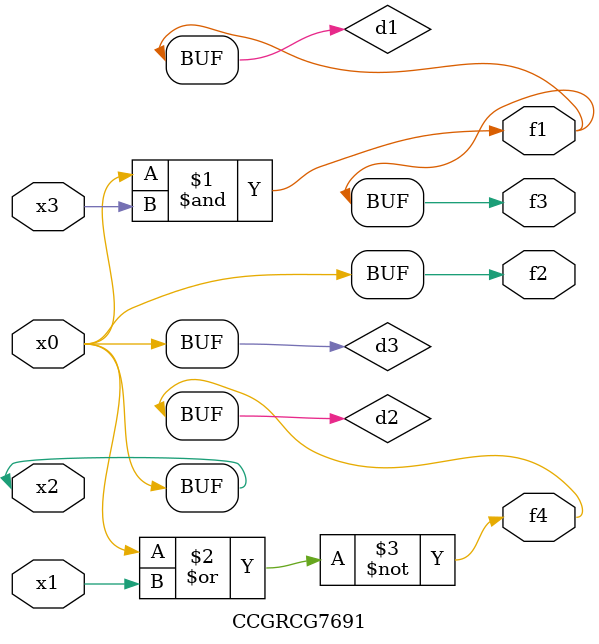
<source format=v>
module CCGRCG7691(
	input x0, x1, x2, x3,
	output f1, f2, f3, f4
);

	wire d1, d2, d3;

	and (d1, x2, x3);
	nor (d2, x0, x1);
	buf (d3, x0, x2);
	assign f1 = d1;
	assign f2 = d3;
	assign f3 = d1;
	assign f4 = d2;
endmodule

</source>
